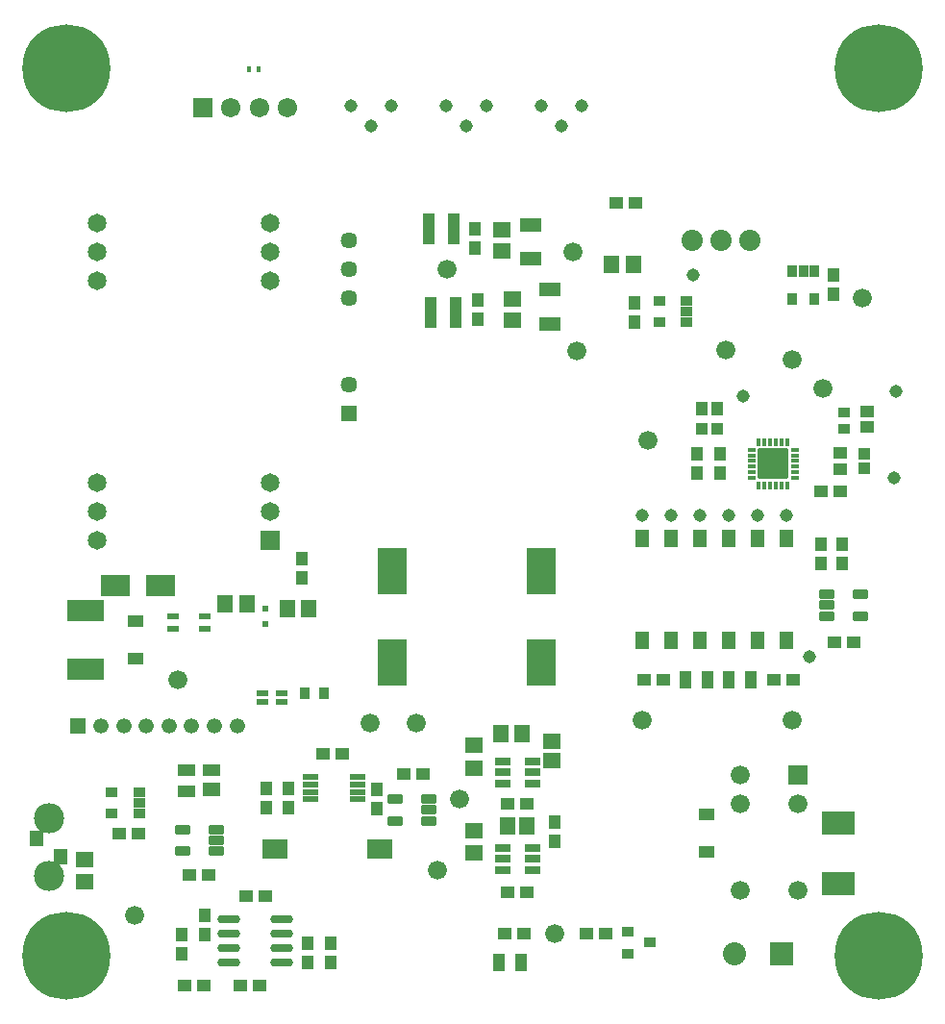
<source format=gts>
G04*
G04 #@! TF.GenerationSoftware,Altium Limited,Altium Designer,20.0.11 (256)*
G04*
G04 Layer_Color=8388736*
%FSLAX25Y25*%
%MOIN*%
G70*
G01*
G75*
%ADD63R,0.04500X0.05500*%
%ADD64R,0.04043X0.02075*%
%ADD65C,0.04500*%
%ADD66R,0.09161X0.06799*%
%ADD67R,0.09083X0.06799*%
%ADD68R,0.04043X0.02075*%
%ADD69R,0.04437X0.11130*%
%ADD70O,0.07980X0.02862*%
%ADD71R,0.01780X0.02075*%
G04:AMPARAMS|DCode=72|XSize=14.84mil|YSize=28.62mil|CornerRadius=4.47mil|HoleSize=0mil|Usage=FLASHONLY|Rotation=270.000|XOffset=0mil|YOffset=0mil|HoleType=Round|Shape=RoundedRectangle|*
%AMROUNDEDRECTD72*
21,1,0.01484,0.01968,0,0,270.0*
21,1,0.00591,0.02862,0,0,270.0*
1,1,0.00894,-0.00984,-0.00295*
1,1,0.00894,-0.00984,0.00295*
1,1,0.00894,0.00984,0.00295*
1,1,0.00894,0.00984,-0.00295*
%
%ADD72ROUNDEDRECTD72*%
G04:AMPARAMS|DCode=73|XSize=14.84mil|YSize=28.62mil|CornerRadius=4.47mil|HoleSize=0mil|Usage=FLASHONLY|Rotation=180.000|XOffset=0mil|YOffset=0mil|HoleType=Round|Shape=RoundedRectangle|*
%AMROUNDEDRECTD73*
21,1,0.01484,0.01968,0,0,180.0*
21,1,0.00591,0.02862,0,0,180.0*
1,1,0.00894,-0.00295,0.00984*
1,1,0.00894,0.00295,0.00984*
1,1,0.00894,0.00295,-0.00984*
1,1,0.00894,-0.00295,-0.00984*
%
%ADD73ROUNDEDRECTD73*%
G04:AMPARAMS|DCode=74|XSize=107.36mil|YSize=107.36mil|CornerRadius=4.55mil|HoleSize=0mil|Usage=FLASHONLY|Rotation=180.000|XOffset=0mil|YOffset=0mil|HoleType=Round|Shape=RoundedRectangle|*
%AMROUNDEDRECTD74*
21,1,0.10736,0.09827,0,0,180.0*
21,1,0.09827,0.10736,0,0,180.0*
1,1,0.00909,-0.04913,0.04913*
1,1,0.00909,0.04913,0.04913*
1,1,0.00909,0.04913,-0.04913*
1,1,0.00909,-0.04913,-0.04913*
%
%ADD74ROUNDEDRECTD74*%
%ADD75R,0.06209X0.05224*%
%ADD76R,0.05224X0.06209*%
%ADD77R,0.04043X0.03256*%
%ADD78R,0.04043X0.04437*%
%ADD79R,0.04437X0.04831*%
%ADD80R,0.03256X0.04437*%
%ADD81R,0.02075X0.02390*%
%ADD82R,0.05303X0.04083*%
%ADD83R,0.10343X0.16248*%
%ADD84R,0.03256X0.04437*%
%ADD85R,0.05299X0.04098*%
%ADD86R,0.05303X0.02941*%
%ADD87R,0.06012X0.04043*%
%ADD88R,0.06012X0.04831*%
%ADD89R,0.12902X0.07508*%
%ADD90R,0.11500X0.08400*%
%ADD91R,0.04476X0.06287*%
%ADD92R,0.04043X0.03650*%
%ADD93R,0.10343X0.07193*%
G04:AMPARAMS|DCode=94|XSize=22.72mil|YSize=54.21mil|CornerRadius=4.45mil|HoleSize=0mil|Usage=FLASHONLY|Rotation=270.000|XOffset=0mil|YOffset=0mil|HoleType=Round|Shape=RoundedRectangle|*
%AMROUNDEDRECTD94*
21,1,0.02272,0.04532,0,0,270.0*
21,1,0.01382,0.05421,0,0,270.0*
1,1,0.00890,-0.02266,-0.00691*
1,1,0.00890,-0.02266,0.00691*
1,1,0.00890,0.02266,0.00691*
1,1,0.00890,0.02266,-0.00691*
%
%ADD94ROUNDEDRECTD94*%
G04:AMPARAMS|DCode=95|XSize=30.59mil|YSize=52.24mil|CornerRadius=4.42mil|HoleSize=0mil|Usage=FLASHONLY|Rotation=270.000|XOffset=0mil|YOffset=0mil|HoleType=Round|Shape=RoundedRectangle|*
%AMROUNDEDRECTD95*
21,1,0.03059,0.04341,0,0,270.0*
21,1,0.02175,0.05224,0,0,270.0*
1,1,0.00884,-0.02170,-0.01088*
1,1,0.00884,-0.02170,0.01088*
1,1,0.00884,0.02170,0.01088*
1,1,0.00884,0.02170,-0.01088*
%
%ADD95ROUNDEDRECTD95*%
%ADD96R,0.07587X0.05028*%
%ADD97R,0.05618X0.06406*%
%ADD98R,0.06406X0.05618*%
%ADD99R,0.04400X0.04800*%
%ADD100R,0.04831X0.04437*%
%ADD101R,0.04800X0.04400*%
%ADD102R,0.04831X0.06406*%
%ADD103R,0.04437X0.04831*%
%ADD104R,0.04831X0.04437*%
%ADD105R,0.04437X0.03256*%
%ADD106R,0.04437X0.04043*%
%ADD107C,0.06500*%
%ADD108R,0.06500X0.06500*%
%ADD109C,0.10500*%
%ADD110R,0.06602X0.06602*%
%ADD111C,0.06602*%
%ADD112C,0.05728*%
%ADD113R,0.05728X0.05728*%
%ADD114C,0.30500*%
%ADD115R,0.08000X0.08000*%
%ADD116C,0.08000*%
%ADD117C,0.07390*%
%ADD118C,0.05224*%
%ADD119R,0.05224X0.05224*%
%ADD120R,0.06760X0.06760*%
%ADD121C,0.06760*%
D63*
X9088Y61250D02*
D03*
X17588Y54750D02*
D03*
D64*
X87470Y108425D02*
D03*
Y111575D02*
D03*
X94163Y108425D02*
D03*
Y111575D02*
D03*
D65*
X219000Y173000D02*
D03*
X306500Y186000D02*
D03*
X307000Y216000D02*
D03*
X254000Y214500D02*
D03*
X236617Y256546D02*
D03*
X276953Y124000D02*
D03*
X269000Y173000D02*
D03*
X259000D02*
D03*
X249000D02*
D03*
X239000D02*
D03*
X229000D02*
D03*
X191000Y308000D02*
D03*
X184000Y315000D02*
D03*
X198000D02*
D03*
X125000Y308000D02*
D03*
X118000Y315000D02*
D03*
X132000D02*
D03*
X158000Y308000D02*
D03*
X151000Y315000D02*
D03*
X165000D02*
D03*
D66*
X91909Y57500D02*
D03*
D67*
X128091D02*
D03*
D68*
X56488Y133736D02*
D03*
Y138264D02*
D03*
X67512Y133736D02*
D03*
Y138264D02*
D03*
D69*
X145669Y243500D02*
D03*
X154331D02*
D03*
X145201Y272450D02*
D03*
X153862D02*
D03*
D70*
X75748Y18000D02*
D03*
Y23000D02*
D03*
Y28000D02*
D03*
Y33000D02*
D03*
X94252Y18000D02*
D03*
Y28000D02*
D03*
Y23000D02*
D03*
Y33000D02*
D03*
D71*
X82800Y327700D02*
D03*
X86245D02*
D03*
D72*
X257020Y186079D02*
D03*
Y188047D02*
D03*
Y193953D02*
D03*
Y190016D02*
D03*
Y191984D02*
D03*
Y195921D02*
D03*
X271980Y186079D02*
D03*
Y188047D02*
D03*
Y193953D02*
D03*
Y190016D02*
D03*
Y191984D02*
D03*
Y195921D02*
D03*
D73*
X261547Y183520D02*
D03*
X259579D02*
D03*
Y198480D02*
D03*
X261547D02*
D03*
X263516Y183520D02*
D03*
X267453D02*
D03*
X265484D02*
D03*
X269421D02*
D03*
X263516Y198480D02*
D03*
X267453D02*
D03*
X265484D02*
D03*
X269421D02*
D03*
D74*
X264500Y191000D02*
D03*
D75*
X187847Y88153D02*
D03*
Y94846D02*
D03*
X160846Y56063D02*
D03*
Y63937D02*
D03*
Y85563D02*
D03*
Y93437D02*
D03*
X25760Y46063D02*
D03*
Y53937D02*
D03*
D76*
X208382Y260000D02*
D03*
X216256D02*
D03*
X172500Y65500D02*
D03*
X179193D02*
D03*
D77*
X289000Y203132D02*
D03*
Y208644D02*
D03*
D78*
X239941Y203000D02*
D03*
X245059D02*
D03*
D79*
X239744Y210000D02*
D03*
X245256D02*
D03*
D80*
X271260Y248276D02*
D03*
X278740D02*
D03*
X271260Y257724D02*
D03*
X275000D02*
D03*
X278740D02*
D03*
D81*
X88500Y135514D02*
D03*
Y140711D02*
D03*
D82*
X43300Y123463D02*
D03*
Y136337D02*
D03*
D83*
X184000Y122252D02*
D03*
Y153748D02*
D03*
X132500Y122252D02*
D03*
Y153748D02*
D03*
D84*
X102000Y111575D02*
D03*
X108693D02*
D03*
D85*
X241528Y56550D02*
D03*
Y69450D02*
D03*
D86*
X181004Y80260D02*
D03*
Y84000D02*
D03*
Y87740D02*
D03*
X170689D02*
D03*
Y84000D02*
D03*
Y80260D02*
D03*
X181004Y50260D02*
D03*
Y54000D02*
D03*
Y57740D02*
D03*
X170689D02*
D03*
Y54000D02*
D03*
Y50260D02*
D03*
D87*
X61069Y77360D02*
D03*
Y84840D02*
D03*
X69731D02*
D03*
D88*
Y78147D02*
D03*
D89*
X26000Y119705D02*
D03*
Y140295D02*
D03*
D90*
X287000Y66400D02*
D03*
Y45600D02*
D03*
D91*
X234142Y116000D02*
D03*
X241858D02*
D03*
X169488Y18130D02*
D03*
X177205D02*
D03*
X249142Y116000D02*
D03*
X256858D02*
D03*
D92*
X214063Y21260D02*
D03*
Y28740D02*
D03*
X221937Y25000D02*
D03*
D93*
X36283Y148874D02*
D03*
X52031D02*
D03*
D94*
X104177Y74661D02*
D03*
Y79779D02*
D03*
Y77220D02*
D03*
Y82339D02*
D03*
X120516Y77220D02*
D03*
Y74661D02*
D03*
Y82339D02*
D03*
Y79779D02*
D03*
D95*
X59693Y56760D02*
D03*
Y64240D02*
D03*
X71307Y56760D02*
D03*
Y64240D02*
D03*
Y60500D02*
D03*
X133539Y67260D02*
D03*
Y74740D02*
D03*
X145153Y67260D02*
D03*
Y74740D02*
D03*
Y71000D02*
D03*
X283193Y142000D02*
D03*
Y145740D02*
D03*
Y138260D02*
D03*
X294807D02*
D03*
Y145740D02*
D03*
D96*
X187000Y239595D02*
D03*
Y251406D02*
D03*
X180500Y262094D02*
D03*
Y273905D02*
D03*
D97*
X170106Y97500D02*
D03*
X177587D02*
D03*
X74500Y142575D02*
D03*
X81980D02*
D03*
X96000Y140862D02*
D03*
X103480D02*
D03*
D98*
X174000Y240760D02*
D03*
Y248240D02*
D03*
X170500Y264760D02*
D03*
Y272240D02*
D03*
D99*
X111000Y18154D02*
D03*
Y24846D02*
D03*
X188847Y60154D02*
D03*
Y66847D02*
D03*
X96346Y71653D02*
D03*
Y78347D02*
D03*
X288586Y156339D02*
D03*
Y163031D02*
D03*
X281050Y156339D02*
D03*
Y163031D02*
D03*
X127028Y71354D02*
D03*
Y78047D02*
D03*
X67500Y27654D02*
D03*
Y34346D02*
D03*
X59500Y21154D02*
D03*
Y27847D02*
D03*
X103000Y18154D02*
D03*
Y24847D02*
D03*
D100*
X37653Y62650D02*
D03*
X44346D02*
D03*
X172500Y73000D02*
D03*
X179193D02*
D03*
X172500Y42500D02*
D03*
X179193D02*
D03*
X136500Y83500D02*
D03*
X143193D02*
D03*
X108500Y90500D02*
D03*
X115193D02*
D03*
X285653Y129000D02*
D03*
X292347D02*
D03*
X62154Y48500D02*
D03*
X68846D02*
D03*
X81653Y41000D02*
D03*
X88346D02*
D03*
D101*
X281150Y181500D02*
D03*
X287850D02*
D03*
X199653Y28130D02*
D03*
X206347D02*
D03*
X264653Y116000D02*
D03*
X271346D02*
D03*
X219654D02*
D03*
X226346D02*
D03*
X171500Y28130D02*
D03*
X178193D02*
D03*
X210132Y281500D02*
D03*
X216825D02*
D03*
X60500Y10000D02*
D03*
X67193D02*
D03*
X79685D02*
D03*
X86378D02*
D03*
D102*
X269000Y165000D02*
D03*
Y129961D02*
D03*
X259000Y165000D02*
D03*
Y129961D02*
D03*
X249000Y165000D02*
D03*
Y129961D02*
D03*
X239000Y165000D02*
D03*
Y129961D02*
D03*
X229000Y165000D02*
D03*
Y129961D02*
D03*
X219000Y165000D02*
D03*
Y129961D02*
D03*
D103*
X101000Y151555D02*
D03*
Y158248D02*
D03*
X161000Y265653D02*
D03*
Y272346D02*
D03*
X88846Y71653D02*
D03*
Y78347D02*
D03*
X238000Y187654D02*
D03*
Y194346D02*
D03*
X246000Y187654D02*
D03*
Y194346D02*
D03*
X162000Y241154D02*
D03*
Y247847D02*
D03*
X216500Y240154D02*
D03*
Y246847D02*
D03*
X285500Y249654D02*
D03*
Y256347D02*
D03*
D104*
X287850Y189228D02*
D03*
Y194740D02*
D03*
X297000Y203744D02*
D03*
Y209256D02*
D03*
D105*
X225051Y240000D02*
D03*
Y247480D02*
D03*
X234500Y240000D02*
D03*
Y247480D02*
D03*
Y243740D02*
D03*
X35276Y69732D02*
D03*
Y77212D02*
D03*
X44724Y69732D02*
D03*
Y77212D02*
D03*
Y73472D02*
D03*
D106*
X296000Y189441D02*
D03*
Y194559D02*
D03*
D107*
X30000Y164500D02*
D03*
Y174500D02*
D03*
Y264500D02*
D03*
Y184500D02*
D03*
Y274500D02*
D03*
X90000Y174500D02*
D03*
Y184500D02*
D03*
X30000Y254500D02*
D03*
X90000D02*
D03*
Y274500D02*
D03*
Y264500D02*
D03*
D108*
Y164500D02*
D03*
D109*
X13338Y48000D02*
D03*
Y68000D02*
D03*
D110*
X273000Y83000D02*
D03*
D111*
Y73000D02*
D03*
Y43000D02*
D03*
X253000D02*
D03*
Y73000D02*
D03*
Y83000D02*
D03*
X219000Y102000D02*
D03*
X155925Y74800D02*
D03*
X124846Y101000D02*
D03*
X151500Y258500D02*
D03*
X271200Y227000D02*
D03*
X43160Y34320D02*
D03*
X140847Y101000D02*
D03*
X295500Y248500D02*
D03*
X196500Y230000D02*
D03*
X195000Y264500D02*
D03*
X247957Y230500D02*
D03*
X221000Y199000D02*
D03*
X58000Y116000D02*
D03*
X281653Y217000D02*
D03*
X271000Y102000D02*
D03*
X148000Y50217D02*
D03*
X188850Y28130D02*
D03*
D112*
X117500Y248500D02*
D03*
Y268500D02*
D03*
Y258500D02*
D03*
Y218500D02*
D03*
D113*
Y208500D02*
D03*
D114*
X19500Y20500D02*
D03*
Y328000D02*
D03*
X301000D02*
D03*
Y20500D02*
D03*
D115*
X267299Y21244D02*
D03*
D116*
X251000D02*
D03*
D117*
X256500Y268500D02*
D03*
X236500D02*
D03*
X246500D02*
D03*
D118*
X39299Y100000D02*
D03*
X47173D02*
D03*
X31425D02*
D03*
X70795D02*
D03*
X78669D02*
D03*
X55047D02*
D03*
X62921D02*
D03*
D119*
X23551D02*
D03*
D120*
X66703Y314331D02*
D03*
D121*
X76545D02*
D03*
X86388D02*
D03*
X96231D02*
D03*
M02*

</source>
